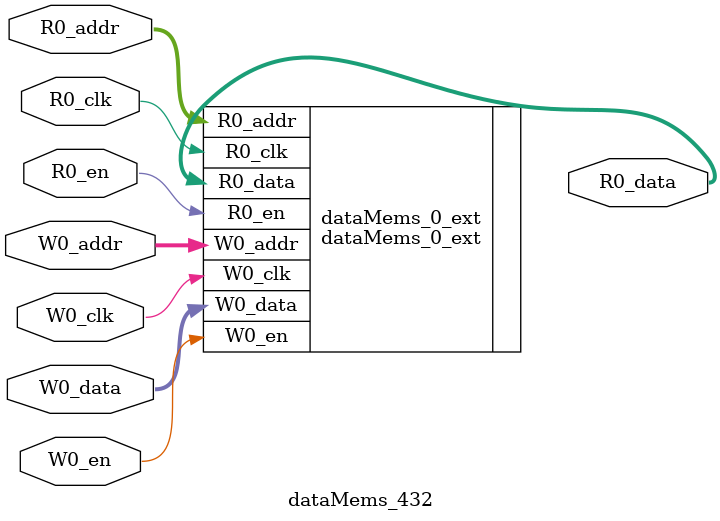
<source format=sv>
`ifndef RANDOMIZE
  `ifdef RANDOMIZE_REG_INIT
    `define RANDOMIZE
  `endif // RANDOMIZE_REG_INIT
`endif // not def RANDOMIZE
`ifndef RANDOMIZE
  `ifdef RANDOMIZE_MEM_INIT
    `define RANDOMIZE
  `endif // RANDOMIZE_MEM_INIT
`endif // not def RANDOMIZE

`ifndef RANDOM
  `define RANDOM $random
`endif // not def RANDOM

// Users can define 'PRINTF_COND' to add an extra gate to prints.
`ifndef PRINTF_COND_
  `ifdef PRINTF_COND
    `define PRINTF_COND_ (`PRINTF_COND)
  `else  // PRINTF_COND
    `define PRINTF_COND_ 1
  `endif // PRINTF_COND
`endif // not def PRINTF_COND_

// Users can define 'ASSERT_VERBOSE_COND' to add an extra gate to assert error printing.
`ifndef ASSERT_VERBOSE_COND_
  `ifdef ASSERT_VERBOSE_COND
    `define ASSERT_VERBOSE_COND_ (`ASSERT_VERBOSE_COND)
  `else  // ASSERT_VERBOSE_COND
    `define ASSERT_VERBOSE_COND_ 1
  `endif // ASSERT_VERBOSE_COND
`endif // not def ASSERT_VERBOSE_COND_

// Users can define 'STOP_COND' to add an extra gate to stop conditions.
`ifndef STOP_COND_
  `ifdef STOP_COND
    `define STOP_COND_ (`STOP_COND)
  `else  // STOP_COND
    `define STOP_COND_ 1
  `endif // STOP_COND
`endif // not def STOP_COND_

// Users can define INIT_RANDOM as general code that gets injected into the
// initializer block for modules with registers.
`ifndef INIT_RANDOM
  `define INIT_RANDOM
`endif // not def INIT_RANDOM

// If using random initialization, you can also define RANDOMIZE_DELAY to
// customize the delay used, otherwise 0.002 is used.
`ifndef RANDOMIZE_DELAY
  `define RANDOMIZE_DELAY 0.002
`endif // not def RANDOMIZE_DELAY

// Define INIT_RANDOM_PROLOG_ for use in our modules below.
`ifndef INIT_RANDOM_PROLOG_
  `ifdef RANDOMIZE
    `ifdef VERILATOR
      `define INIT_RANDOM_PROLOG_ `INIT_RANDOM
    `else  // VERILATOR
      `define INIT_RANDOM_PROLOG_ `INIT_RANDOM #`RANDOMIZE_DELAY begin end
    `endif // VERILATOR
  `else  // RANDOMIZE
    `define INIT_RANDOM_PROLOG_
  `endif // RANDOMIZE
`endif // not def INIT_RANDOM_PROLOG_

// Include register initializers in init blocks unless synthesis is set
`ifndef SYNTHESIS
  `ifndef ENABLE_INITIAL_REG_
    `define ENABLE_INITIAL_REG_
  `endif // not def ENABLE_INITIAL_REG_
`endif // not def SYNTHESIS

// Include rmemory initializers in init blocks unless synthesis is set
`ifndef SYNTHESIS
  `ifndef ENABLE_INITIAL_MEM_
    `define ENABLE_INITIAL_MEM_
  `endif // not def ENABLE_INITIAL_MEM_
`endif // not def SYNTHESIS

module dataMems_432(	// @[generators/ara/src/main/scala/UnsafeAXI4ToTL.scala:365:62]
  input  [4:0]  R0_addr,
  input         R0_en,
  input         R0_clk,
  output [66:0] R0_data,
  input  [4:0]  W0_addr,
  input         W0_en,
  input         W0_clk,
  input  [66:0] W0_data
);

  dataMems_0_ext dataMems_0_ext (	// @[generators/ara/src/main/scala/UnsafeAXI4ToTL.scala:365:62]
    .R0_addr (R0_addr),
    .R0_en   (R0_en),
    .R0_clk  (R0_clk),
    .R0_data (R0_data),
    .W0_addr (W0_addr),
    .W0_en   (W0_en),
    .W0_clk  (W0_clk),
    .W0_data (W0_data)
  );
endmodule


</source>
